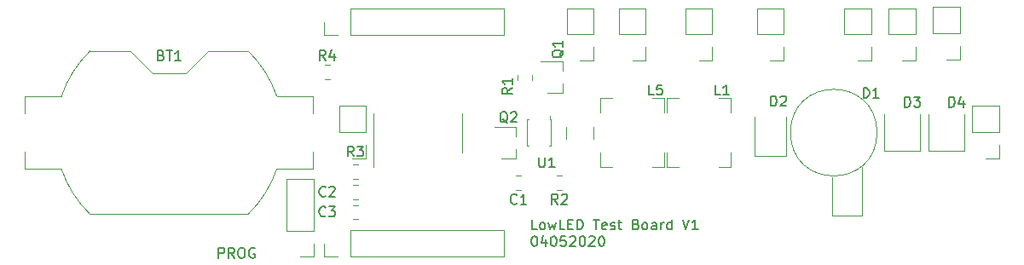
<source format=gbr>
G04 #@! TF.GenerationSoftware,KiCad,Pcbnew,(5.1.2)-2*
G04 #@! TF.CreationDate,2020-04-06T22:20:43-04:00*
G04 #@! TF.ProjectId,led_everled,6c65645f-6576-4657-926c-65642e6b6963,rev?*
G04 #@! TF.SameCoordinates,Original*
G04 #@! TF.FileFunction,Legend,Top*
G04 #@! TF.FilePolarity,Positive*
%FSLAX46Y46*%
G04 Gerber Fmt 4.6, Leading zero omitted, Abs format (unit mm)*
G04 Created by KiCad (PCBNEW (5.1.2)-2) date 2020-04-06 22:20:43*
%MOMM*%
%LPD*%
G04 APERTURE LIST*
%ADD10C,0.150000*%
%ADD11C,0.120000*%
G04 APERTURE END LIST*
D10*
X106811785Y-96627380D02*
X106335595Y-96627380D01*
X106335595Y-95627380D01*
X107287976Y-96627380D02*
X107192738Y-96579761D01*
X107145119Y-96532142D01*
X107097500Y-96436904D01*
X107097500Y-96151190D01*
X107145119Y-96055952D01*
X107192738Y-96008333D01*
X107287976Y-95960714D01*
X107430833Y-95960714D01*
X107526071Y-96008333D01*
X107573690Y-96055952D01*
X107621309Y-96151190D01*
X107621309Y-96436904D01*
X107573690Y-96532142D01*
X107526071Y-96579761D01*
X107430833Y-96627380D01*
X107287976Y-96627380D01*
X107954642Y-95960714D02*
X108145119Y-96627380D01*
X108335595Y-96151190D01*
X108526071Y-96627380D01*
X108716547Y-95960714D01*
X109573690Y-96627380D02*
X109097500Y-96627380D01*
X109097500Y-95627380D01*
X109907023Y-96103571D02*
X110240357Y-96103571D01*
X110383214Y-96627380D02*
X109907023Y-96627380D01*
X109907023Y-95627380D01*
X110383214Y-95627380D01*
X110811785Y-96627380D02*
X110811785Y-95627380D01*
X111049880Y-95627380D01*
X111192738Y-95675000D01*
X111287976Y-95770238D01*
X111335595Y-95865476D01*
X111383214Y-96055952D01*
X111383214Y-96198809D01*
X111335595Y-96389285D01*
X111287976Y-96484523D01*
X111192738Y-96579761D01*
X111049880Y-96627380D01*
X110811785Y-96627380D01*
X112430833Y-95627380D02*
X113002261Y-95627380D01*
X112716547Y-96627380D02*
X112716547Y-95627380D01*
X113716547Y-96579761D02*
X113621309Y-96627380D01*
X113430833Y-96627380D01*
X113335595Y-96579761D01*
X113287976Y-96484523D01*
X113287976Y-96103571D01*
X113335595Y-96008333D01*
X113430833Y-95960714D01*
X113621309Y-95960714D01*
X113716547Y-96008333D01*
X113764166Y-96103571D01*
X113764166Y-96198809D01*
X113287976Y-96294047D01*
X114145119Y-96579761D02*
X114240357Y-96627380D01*
X114430833Y-96627380D01*
X114526071Y-96579761D01*
X114573690Y-96484523D01*
X114573690Y-96436904D01*
X114526071Y-96341666D01*
X114430833Y-96294047D01*
X114287976Y-96294047D01*
X114192738Y-96246428D01*
X114145119Y-96151190D01*
X114145119Y-96103571D01*
X114192738Y-96008333D01*
X114287976Y-95960714D01*
X114430833Y-95960714D01*
X114526071Y-96008333D01*
X114859404Y-95960714D02*
X115240357Y-95960714D01*
X115002261Y-95627380D02*
X115002261Y-96484523D01*
X115049880Y-96579761D01*
X115145119Y-96627380D01*
X115240357Y-96627380D01*
X116668928Y-96103571D02*
X116811785Y-96151190D01*
X116859404Y-96198809D01*
X116907023Y-96294047D01*
X116907023Y-96436904D01*
X116859404Y-96532142D01*
X116811785Y-96579761D01*
X116716547Y-96627380D01*
X116335595Y-96627380D01*
X116335595Y-95627380D01*
X116668928Y-95627380D01*
X116764166Y-95675000D01*
X116811785Y-95722619D01*
X116859404Y-95817857D01*
X116859404Y-95913095D01*
X116811785Y-96008333D01*
X116764166Y-96055952D01*
X116668928Y-96103571D01*
X116335595Y-96103571D01*
X117478452Y-96627380D02*
X117383214Y-96579761D01*
X117335595Y-96532142D01*
X117287976Y-96436904D01*
X117287976Y-96151190D01*
X117335595Y-96055952D01*
X117383214Y-96008333D01*
X117478452Y-95960714D01*
X117621309Y-95960714D01*
X117716547Y-96008333D01*
X117764166Y-96055952D01*
X117811785Y-96151190D01*
X117811785Y-96436904D01*
X117764166Y-96532142D01*
X117716547Y-96579761D01*
X117621309Y-96627380D01*
X117478452Y-96627380D01*
X118668928Y-96627380D02*
X118668928Y-96103571D01*
X118621309Y-96008333D01*
X118526071Y-95960714D01*
X118335595Y-95960714D01*
X118240357Y-96008333D01*
X118668928Y-96579761D02*
X118573690Y-96627380D01*
X118335595Y-96627380D01*
X118240357Y-96579761D01*
X118192738Y-96484523D01*
X118192738Y-96389285D01*
X118240357Y-96294047D01*
X118335595Y-96246428D01*
X118573690Y-96246428D01*
X118668928Y-96198809D01*
X119145119Y-96627380D02*
X119145119Y-95960714D01*
X119145119Y-96151190D02*
X119192738Y-96055952D01*
X119240357Y-96008333D01*
X119335595Y-95960714D01*
X119430833Y-95960714D01*
X120192738Y-96627380D02*
X120192738Y-95627380D01*
X120192738Y-96579761D02*
X120097500Y-96627380D01*
X119907023Y-96627380D01*
X119811785Y-96579761D01*
X119764166Y-96532142D01*
X119716547Y-96436904D01*
X119716547Y-96151190D01*
X119764166Y-96055952D01*
X119811785Y-96008333D01*
X119907023Y-95960714D01*
X120097500Y-95960714D01*
X120192738Y-96008333D01*
X121287976Y-95627380D02*
X121621309Y-96627380D01*
X121954642Y-95627380D01*
X122811785Y-96627380D02*
X122240357Y-96627380D01*
X122526071Y-96627380D02*
X122526071Y-95627380D01*
X122430833Y-95770238D01*
X122335595Y-95865476D01*
X122240357Y-95913095D01*
X106526071Y-97277380D02*
X106621309Y-97277380D01*
X106716547Y-97325000D01*
X106764166Y-97372619D01*
X106811785Y-97467857D01*
X106859404Y-97658333D01*
X106859404Y-97896428D01*
X106811785Y-98086904D01*
X106764166Y-98182142D01*
X106716547Y-98229761D01*
X106621309Y-98277380D01*
X106526071Y-98277380D01*
X106430833Y-98229761D01*
X106383214Y-98182142D01*
X106335595Y-98086904D01*
X106287976Y-97896428D01*
X106287976Y-97658333D01*
X106335595Y-97467857D01*
X106383214Y-97372619D01*
X106430833Y-97325000D01*
X106526071Y-97277380D01*
X107716547Y-97610714D02*
X107716547Y-98277380D01*
X107478452Y-97229761D02*
X107240357Y-97944047D01*
X107859404Y-97944047D01*
X108430833Y-97277380D02*
X108526071Y-97277380D01*
X108621309Y-97325000D01*
X108668928Y-97372619D01*
X108716547Y-97467857D01*
X108764166Y-97658333D01*
X108764166Y-97896428D01*
X108716547Y-98086904D01*
X108668928Y-98182142D01*
X108621309Y-98229761D01*
X108526071Y-98277380D01*
X108430833Y-98277380D01*
X108335595Y-98229761D01*
X108287976Y-98182142D01*
X108240357Y-98086904D01*
X108192738Y-97896428D01*
X108192738Y-97658333D01*
X108240357Y-97467857D01*
X108287976Y-97372619D01*
X108335595Y-97325000D01*
X108430833Y-97277380D01*
X109668928Y-97277380D02*
X109192738Y-97277380D01*
X109145119Y-97753571D01*
X109192738Y-97705952D01*
X109287976Y-97658333D01*
X109526071Y-97658333D01*
X109621309Y-97705952D01*
X109668928Y-97753571D01*
X109716547Y-97848809D01*
X109716547Y-98086904D01*
X109668928Y-98182142D01*
X109621309Y-98229761D01*
X109526071Y-98277380D01*
X109287976Y-98277380D01*
X109192738Y-98229761D01*
X109145119Y-98182142D01*
X110097500Y-97372619D02*
X110145119Y-97325000D01*
X110240357Y-97277380D01*
X110478452Y-97277380D01*
X110573690Y-97325000D01*
X110621309Y-97372619D01*
X110668928Y-97467857D01*
X110668928Y-97563095D01*
X110621309Y-97705952D01*
X110049880Y-98277380D01*
X110668928Y-98277380D01*
X111287976Y-97277380D02*
X111383214Y-97277380D01*
X111478452Y-97325000D01*
X111526071Y-97372619D01*
X111573690Y-97467857D01*
X111621309Y-97658333D01*
X111621309Y-97896428D01*
X111573690Y-98086904D01*
X111526071Y-98182142D01*
X111478452Y-98229761D01*
X111383214Y-98277380D01*
X111287976Y-98277380D01*
X111192738Y-98229761D01*
X111145119Y-98182142D01*
X111097500Y-98086904D01*
X111049880Y-97896428D01*
X111049880Y-97658333D01*
X111097500Y-97467857D01*
X111145119Y-97372619D01*
X111192738Y-97325000D01*
X111287976Y-97277380D01*
X112002261Y-97372619D02*
X112049880Y-97325000D01*
X112145119Y-97277380D01*
X112383214Y-97277380D01*
X112478452Y-97325000D01*
X112526071Y-97372619D01*
X112573690Y-97467857D01*
X112573690Y-97563095D01*
X112526071Y-97705952D01*
X111954642Y-98277380D01*
X112573690Y-98277380D01*
X113192738Y-97277380D02*
X113287976Y-97277380D01*
X113383214Y-97325000D01*
X113430833Y-97372619D01*
X113478452Y-97467857D01*
X113526071Y-97658333D01*
X113526071Y-97896428D01*
X113478452Y-98086904D01*
X113430833Y-98182142D01*
X113383214Y-98229761D01*
X113287976Y-98277380D01*
X113192738Y-98277380D01*
X113097500Y-98229761D01*
X113049880Y-98182142D01*
X113002261Y-98086904D01*
X112954642Y-97896428D01*
X112954642Y-97658333D01*
X113002261Y-97467857D01*
X113049880Y-97372619D01*
X113097500Y-97325000D01*
X113192738Y-97277380D01*
D11*
X139094000Y-95255000D02*
X139094000Y-90429000D01*
X136173000Y-95255000D02*
X139094000Y-95255000D01*
X136173000Y-91445000D02*
X136173000Y-95255000D01*
X140600000Y-87000000D02*
G75*
G03X140600000Y-87000000I-4300000J0D01*
G01*
X128415000Y-85400000D02*
X128415000Y-89285000D01*
X128415000Y-89285000D02*
X131585000Y-89285000D01*
X131585000Y-89285000D02*
X131585000Y-85400000D01*
X141300000Y-88800000D02*
X141300000Y-85200000D01*
X144900000Y-85200000D02*
X144900000Y-88800000D01*
X144900000Y-88800000D02*
X141300000Y-88800000D01*
X149300000Y-88800000D02*
X145700000Y-88800000D01*
X149300000Y-85200000D02*
X149300000Y-88800000D01*
X145700000Y-88800000D02*
X145700000Y-85200000D01*
X140030000Y-79830000D02*
X138700000Y-79830000D01*
X140030000Y-78500000D02*
X140030000Y-79830000D01*
X140030000Y-77230000D02*
X137370000Y-77230000D01*
X137370000Y-77230000D02*
X137370000Y-74630000D01*
X140030000Y-77230000D02*
X140030000Y-74630000D01*
X140030000Y-74630000D02*
X137370000Y-74630000D01*
X131330000Y-79830000D02*
X130000000Y-79830000D01*
X131330000Y-78500000D02*
X131330000Y-79830000D01*
X131330000Y-77230000D02*
X128670000Y-77230000D01*
X128670000Y-77230000D02*
X128670000Y-74630000D01*
X131330000Y-77230000D02*
X131330000Y-74630000D01*
X131330000Y-74630000D02*
X128670000Y-74630000D01*
X144430000Y-74630000D02*
X141770000Y-74630000D01*
X144430000Y-77230000D02*
X144430000Y-74630000D01*
X141770000Y-77230000D02*
X141770000Y-74630000D01*
X144430000Y-77230000D02*
X141770000Y-77230000D01*
X144430000Y-78500000D02*
X144430000Y-79830000D01*
X144430000Y-79830000D02*
X143100000Y-79830000D01*
X148830000Y-74530000D02*
X146170000Y-74530000D01*
X148830000Y-77130000D02*
X148830000Y-74530000D01*
X146170000Y-77130000D02*
X146170000Y-74530000D01*
X148830000Y-77130000D02*
X146170000Y-77130000D01*
X148830000Y-78400000D02*
X148830000Y-79730000D01*
X148830000Y-79730000D02*
X147500000Y-79730000D01*
X112430000Y-74630000D02*
X109770000Y-74630000D01*
X112430000Y-77230000D02*
X112430000Y-74630000D01*
X109770000Y-77230000D02*
X109770000Y-74630000D01*
X112430000Y-77230000D02*
X109770000Y-77230000D01*
X112430000Y-78500000D02*
X112430000Y-79830000D01*
X112430000Y-79830000D02*
X111100000Y-79830000D01*
X117630000Y-79830000D02*
X116300000Y-79830000D01*
X117630000Y-78500000D02*
X117630000Y-79830000D01*
X117630000Y-77230000D02*
X114970000Y-77230000D01*
X114970000Y-77230000D02*
X114970000Y-74630000D01*
X117630000Y-77230000D02*
X117630000Y-74630000D01*
X117630000Y-74630000D02*
X114970000Y-74630000D01*
X124230000Y-74630000D02*
X121570000Y-74630000D01*
X124230000Y-77230000D02*
X124230000Y-74630000D01*
X121570000Y-77230000D02*
X121570000Y-74630000D01*
X124230000Y-77230000D02*
X121570000Y-77230000D01*
X124230000Y-78500000D02*
X124230000Y-79830000D01*
X124230000Y-79830000D02*
X122900000Y-79830000D01*
X119700000Y-90400000D02*
X120900000Y-90400000D01*
X119700000Y-90400000D02*
X119700000Y-89000000D01*
X119700000Y-83600000D02*
X119700000Y-85000000D01*
X119700000Y-83600000D02*
X120900000Y-83600000D01*
X126100000Y-83600000D02*
X124900000Y-83600000D01*
X126100000Y-90400000D02*
X124900000Y-90400000D01*
X126100000Y-83600000D02*
X126100000Y-85000000D01*
X126100000Y-90400000D02*
X126100000Y-89000000D01*
X109740000Y-87602064D02*
X109740000Y-86397936D01*
X112460000Y-87602064D02*
X112460000Y-86397936D01*
X119500000Y-90400000D02*
X119500000Y-89000000D01*
X119500000Y-83600000D02*
X119500000Y-85000000D01*
X119500000Y-90400000D02*
X118300000Y-90400000D01*
X119500000Y-83600000D02*
X118300000Y-83600000D01*
X113100000Y-83600000D02*
X114300000Y-83600000D01*
X113100000Y-83600000D02*
X113100000Y-85000000D01*
X113100000Y-90400000D02*
X113100000Y-89000000D01*
X113100000Y-90400000D02*
X114300000Y-90400000D01*
X109360000Y-83080000D02*
X109360000Y-82150000D01*
X109360000Y-79920000D02*
X109360000Y-80850000D01*
X109360000Y-79920000D02*
X107200000Y-79920000D01*
X109360000Y-83080000D02*
X107900000Y-83080000D01*
X106310000Y-81241422D02*
X106310000Y-81758578D01*
X104890000Y-81241422D02*
X104890000Y-81758578D01*
X78145370Y-78888211D02*
G75*
G02X80992000Y-83390000I-7845370J-8111789D01*
G01*
X62454630Y-95111789D02*
G75*
G02X59608000Y-90610000I7845370J8111789D01*
G01*
X62454630Y-78888211D02*
G75*
G03X59608000Y-83390000I7845370J-8111789D01*
G01*
X78145370Y-95111789D02*
G75*
G03X80992000Y-90610000I-7845370J8111789D01*
G01*
X84610000Y-85100000D02*
X84610000Y-83390000D01*
X80992000Y-83390000D02*
X84610000Y-83390000D01*
X74160000Y-78890000D02*
X78147300Y-78890000D01*
X71960000Y-81090000D02*
X74160000Y-78890000D01*
X68640000Y-81090000D02*
X71960000Y-81090000D01*
X68640000Y-81090000D02*
X66440000Y-78890000D01*
X62452700Y-78890000D02*
X66440000Y-78890000D01*
X55990000Y-85100000D02*
X55990000Y-83390000D01*
X55990000Y-83390000D02*
X59608000Y-83390000D01*
X59608000Y-90610000D02*
X55990000Y-90610000D01*
X55990000Y-88900000D02*
X55990000Y-90610000D01*
X78147300Y-95110000D02*
X62452700Y-95110000D01*
X84610000Y-88900000D02*
X84610000Y-90610000D01*
X84610000Y-90610000D02*
X80992000Y-90610000D01*
X105258578Y-92710000D02*
X104741422Y-92710000D01*
X105258578Y-91290000D02*
X104741422Y-91290000D01*
X85670000Y-99330000D02*
X85670000Y-98000000D01*
X87000000Y-99330000D02*
X85670000Y-99330000D01*
X88270000Y-99330000D02*
X88270000Y-96670000D01*
X88270000Y-96670000D02*
X103570000Y-96670000D01*
X88270000Y-99330000D02*
X103570000Y-99330000D01*
X103570000Y-99330000D02*
X103570000Y-96670000D01*
X103570000Y-77330000D02*
X103570000Y-74670000D01*
X88270000Y-77330000D02*
X103570000Y-77330000D01*
X88270000Y-74670000D02*
X103570000Y-74670000D01*
X88270000Y-77330000D02*
X88270000Y-74670000D01*
X87000000Y-77330000D02*
X85670000Y-77330000D01*
X85670000Y-77330000D02*
X85670000Y-76000000D01*
X89830000Y-84330000D02*
X87170000Y-84330000D01*
X89830000Y-86930000D02*
X89830000Y-84330000D01*
X87170000Y-86930000D02*
X87170000Y-84330000D01*
X89830000Y-86930000D02*
X87170000Y-86930000D01*
X89830000Y-88200000D02*
X89830000Y-89530000D01*
X89830000Y-89530000D02*
X88500000Y-89530000D01*
X104760000Y-89580000D02*
X104760000Y-88650000D01*
X104760000Y-86420000D02*
X104760000Y-87350000D01*
X104760000Y-86420000D02*
X102600000Y-86420000D01*
X104760000Y-89580000D02*
X103300000Y-89580000D01*
X109321078Y-91290000D02*
X108803922Y-91290000D01*
X109321078Y-92710000D02*
X108803922Y-92710000D01*
X89058578Y-91610000D02*
X88541422Y-91610000D01*
X89058578Y-90190000D02*
X88541422Y-90190000D01*
X105800000Y-85700000D02*
X106000000Y-85700000D01*
X108100000Y-85700000D02*
X108100000Y-85300000D01*
X108200000Y-85700000D02*
X108100000Y-85700000D01*
X108200000Y-88300000D02*
X108200000Y-85700000D01*
X108000000Y-88300000D02*
X108200000Y-88300000D01*
X105800000Y-88300000D02*
X106000000Y-88300000D01*
X105800000Y-85700000D02*
X105800000Y-88300000D01*
X99435000Y-87000000D02*
X99435000Y-85050000D01*
X99435000Y-87000000D02*
X99435000Y-88950000D01*
X90565000Y-87000000D02*
X90565000Y-85050000D01*
X90565000Y-87000000D02*
X90565000Y-90450000D01*
X89058578Y-93610000D02*
X88541422Y-93610000D01*
X89058578Y-92190000D02*
X88541422Y-92190000D01*
X89058578Y-94190000D02*
X88541422Y-94190000D01*
X89058578Y-95610000D02*
X88541422Y-95610000D01*
X152730000Y-84330000D02*
X150070000Y-84330000D01*
X152730000Y-86930000D02*
X152730000Y-84330000D01*
X150070000Y-86930000D02*
X150070000Y-84330000D01*
X152730000Y-86930000D02*
X150070000Y-86930000D01*
X152730000Y-88200000D02*
X152730000Y-89530000D01*
X152730000Y-89530000D02*
X151400000Y-89530000D01*
X84630000Y-91590000D02*
X81970000Y-91590000D01*
X84630000Y-96730000D02*
X84630000Y-91590000D01*
X81970000Y-96730000D02*
X81970000Y-91590000D01*
X84630000Y-96730000D02*
X81970000Y-96730000D01*
X84630000Y-98000000D02*
X84630000Y-99330000D01*
X84630000Y-99330000D02*
X83300000Y-99330000D01*
X85741422Y-80290000D02*
X86258578Y-80290000D01*
X85741422Y-81710000D02*
X86258578Y-81710000D01*
D10*
X139261904Y-83552380D02*
X139261904Y-82552380D01*
X139500000Y-82552380D01*
X139642857Y-82600000D01*
X139738095Y-82695238D01*
X139785714Y-82790476D01*
X139833333Y-82980952D01*
X139833333Y-83123809D01*
X139785714Y-83314285D01*
X139738095Y-83409523D01*
X139642857Y-83504761D01*
X139500000Y-83552380D01*
X139261904Y-83552380D01*
X140785714Y-83552380D02*
X140214285Y-83552380D01*
X140500000Y-83552380D02*
X140500000Y-82552380D01*
X140404761Y-82695238D01*
X140309523Y-82790476D01*
X140214285Y-82838095D01*
X130061904Y-84352380D02*
X130061904Y-83352380D01*
X130300000Y-83352380D01*
X130442857Y-83400000D01*
X130538095Y-83495238D01*
X130585714Y-83590476D01*
X130633333Y-83780952D01*
X130633333Y-83923809D01*
X130585714Y-84114285D01*
X130538095Y-84209523D01*
X130442857Y-84304761D01*
X130300000Y-84352380D01*
X130061904Y-84352380D01*
X131014285Y-83447619D02*
X131061904Y-83400000D01*
X131157142Y-83352380D01*
X131395238Y-83352380D01*
X131490476Y-83400000D01*
X131538095Y-83447619D01*
X131585714Y-83542857D01*
X131585714Y-83638095D01*
X131538095Y-83780952D01*
X130966666Y-84352380D01*
X131585714Y-84352380D01*
X143361904Y-84452380D02*
X143361904Y-83452380D01*
X143600000Y-83452380D01*
X143742857Y-83500000D01*
X143838095Y-83595238D01*
X143885714Y-83690476D01*
X143933333Y-83880952D01*
X143933333Y-84023809D01*
X143885714Y-84214285D01*
X143838095Y-84309523D01*
X143742857Y-84404761D01*
X143600000Y-84452380D01*
X143361904Y-84452380D01*
X144266666Y-83452380D02*
X144885714Y-83452380D01*
X144552380Y-83833333D01*
X144695238Y-83833333D01*
X144790476Y-83880952D01*
X144838095Y-83928571D01*
X144885714Y-84023809D01*
X144885714Y-84261904D01*
X144838095Y-84357142D01*
X144790476Y-84404761D01*
X144695238Y-84452380D01*
X144409523Y-84452380D01*
X144314285Y-84404761D01*
X144266666Y-84357142D01*
X147761904Y-84452380D02*
X147761904Y-83452380D01*
X148000000Y-83452380D01*
X148142857Y-83500000D01*
X148238095Y-83595238D01*
X148285714Y-83690476D01*
X148333333Y-83880952D01*
X148333333Y-84023809D01*
X148285714Y-84214285D01*
X148238095Y-84309523D01*
X148142857Y-84404761D01*
X148000000Y-84452380D01*
X147761904Y-84452380D01*
X149190476Y-83785714D02*
X149190476Y-84452380D01*
X148952380Y-83404761D02*
X148714285Y-84119047D01*
X149333333Y-84119047D01*
X125033333Y-83252380D02*
X124557142Y-83252380D01*
X124557142Y-82252380D01*
X125890476Y-83252380D02*
X125319047Y-83252380D01*
X125604761Y-83252380D02*
X125604761Y-82252380D01*
X125509523Y-82395238D01*
X125414285Y-82490476D01*
X125319047Y-82538095D01*
X118433333Y-83252380D02*
X117957142Y-83252380D01*
X117957142Y-82252380D01*
X119242857Y-82252380D02*
X118766666Y-82252380D01*
X118719047Y-82728571D01*
X118766666Y-82680952D01*
X118861904Y-82633333D01*
X119100000Y-82633333D01*
X119195238Y-82680952D01*
X119242857Y-82728571D01*
X119290476Y-82823809D01*
X119290476Y-83061904D01*
X119242857Y-83157142D01*
X119195238Y-83204761D01*
X119100000Y-83252380D01*
X118861904Y-83252380D01*
X118766666Y-83204761D01*
X118719047Y-83157142D01*
X109447619Y-78795238D02*
X109400000Y-78890476D01*
X109304761Y-78985714D01*
X109161904Y-79128571D01*
X109114285Y-79223809D01*
X109114285Y-79319047D01*
X109352380Y-79271428D02*
X109304761Y-79366666D01*
X109209523Y-79461904D01*
X109019047Y-79509523D01*
X108685714Y-79509523D01*
X108495238Y-79461904D01*
X108400000Y-79366666D01*
X108352380Y-79271428D01*
X108352380Y-79080952D01*
X108400000Y-78985714D01*
X108495238Y-78890476D01*
X108685714Y-78842857D01*
X109019047Y-78842857D01*
X109209523Y-78890476D01*
X109304761Y-78985714D01*
X109352380Y-79080952D01*
X109352380Y-79271428D01*
X109352380Y-77890476D02*
X109352380Y-78461904D01*
X109352380Y-78176190D02*
X108352380Y-78176190D01*
X108495238Y-78271428D01*
X108590476Y-78366666D01*
X108638095Y-78461904D01*
X104352380Y-82566666D02*
X103876190Y-82900000D01*
X104352380Y-83138095D02*
X103352380Y-83138095D01*
X103352380Y-82757142D01*
X103400000Y-82661904D01*
X103447619Y-82614285D01*
X103542857Y-82566666D01*
X103685714Y-82566666D01*
X103780952Y-82614285D01*
X103828571Y-82661904D01*
X103876190Y-82757142D01*
X103876190Y-83138095D01*
X104352380Y-81614285D02*
X104352380Y-82185714D01*
X104352380Y-81900000D02*
X103352380Y-81900000D01*
X103495238Y-81995238D01*
X103590476Y-82090476D01*
X103638095Y-82185714D01*
X69514285Y-79308571D02*
X69657142Y-79356190D01*
X69704761Y-79403809D01*
X69752380Y-79499047D01*
X69752380Y-79641904D01*
X69704761Y-79737142D01*
X69657142Y-79784761D01*
X69561904Y-79832380D01*
X69180952Y-79832380D01*
X69180952Y-78832380D01*
X69514285Y-78832380D01*
X69609523Y-78880000D01*
X69657142Y-78927619D01*
X69704761Y-79022857D01*
X69704761Y-79118095D01*
X69657142Y-79213333D01*
X69609523Y-79260952D01*
X69514285Y-79308571D01*
X69180952Y-79308571D01*
X70038095Y-78832380D02*
X70609523Y-78832380D01*
X70323809Y-79832380D02*
X70323809Y-78832380D01*
X71466666Y-79832380D02*
X70895238Y-79832380D01*
X71180952Y-79832380D02*
X71180952Y-78832380D01*
X71085714Y-78975238D01*
X70990476Y-79070476D01*
X70895238Y-79118095D01*
X104833333Y-94007142D02*
X104785714Y-94054761D01*
X104642857Y-94102380D01*
X104547619Y-94102380D01*
X104404761Y-94054761D01*
X104309523Y-93959523D01*
X104261904Y-93864285D01*
X104214285Y-93673809D01*
X104214285Y-93530952D01*
X104261904Y-93340476D01*
X104309523Y-93245238D01*
X104404761Y-93150000D01*
X104547619Y-93102380D01*
X104642857Y-93102380D01*
X104785714Y-93150000D01*
X104833333Y-93197619D01*
X105785714Y-94102380D02*
X105214285Y-94102380D01*
X105500000Y-94102380D02*
X105500000Y-93102380D01*
X105404761Y-93245238D01*
X105309523Y-93340476D01*
X105214285Y-93388095D01*
X103904761Y-86047619D02*
X103809523Y-86000000D01*
X103714285Y-85904761D01*
X103571428Y-85761904D01*
X103476190Y-85714285D01*
X103380952Y-85714285D01*
X103428571Y-85952380D02*
X103333333Y-85904761D01*
X103238095Y-85809523D01*
X103190476Y-85619047D01*
X103190476Y-85285714D01*
X103238095Y-85095238D01*
X103333333Y-85000000D01*
X103428571Y-84952380D01*
X103619047Y-84952380D01*
X103714285Y-85000000D01*
X103809523Y-85095238D01*
X103857142Y-85285714D01*
X103857142Y-85619047D01*
X103809523Y-85809523D01*
X103714285Y-85904761D01*
X103619047Y-85952380D01*
X103428571Y-85952380D01*
X104238095Y-85047619D02*
X104285714Y-85000000D01*
X104380952Y-84952380D01*
X104619047Y-84952380D01*
X104714285Y-85000000D01*
X104761904Y-85047619D01*
X104809523Y-85142857D01*
X104809523Y-85238095D01*
X104761904Y-85380952D01*
X104190476Y-85952380D01*
X104809523Y-85952380D01*
X108895833Y-94102380D02*
X108562500Y-93626190D01*
X108324404Y-94102380D02*
X108324404Y-93102380D01*
X108705357Y-93102380D01*
X108800595Y-93150000D01*
X108848214Y-93197619D01*
X108895833Y-93292857D01*
X108895833Y-93435714D01*
X108848214Y-93530952D01*
X108800595Y-93578571D01*
X108705357Y-93626190D01*
X108324404Y-93626190D01*
X109276785Y-93197619D02*
X109324404Y-93150000D01*
X109419642Y-93102380D01*
X109657738Y-93102380D01*
X109752976Y-93150000D01*
X109800595Y-93197619D01*
X109848214Y-93292857D01*
X109848214Y-93388095D01*
X109800595Y-93530952D01*
X109229166Y-94102380D01*
X109848214Y-94102380D01*
X88633333Y-89352380D02*
X88300000Y-88876190D01*
X88061904Y-89352380D02*
X88061904Y-88352380D01*
X88442857Y-88352380D01*
X88538095Y-88400000D01*
X88585714Y-88447619D01*
X88633333Y-88542857D01*
X88633333Y-88685714D01*
X88585714Y-88780952D01*
X88538095Y-88828571D01*
X88442857Y-88876190D01*
X88061904Y-88876190D01*
X88966666Y-88352380D02*
X89585714Y-88352380D01*
X89252380Y-88733333D01*
X89395238Y-88733333D01*
X89490476Y-88780952D01*
X89538095Y-88828571D01*
X89585714Y-88923809D01*
X89585714Y-89161904D01*
X89538095Y-89257142D01*
X89490476Y-89304761D01*
X89395238Y-89352380D01*
X89109523Y-89352380D01*
X89014285Y-89304761D01*
X88966666Y-89257142D01*
X107038095Y-89452380D02*
X107038095Y-90261904D01*
X107085714Y-90357142D01*
X107133333Y-90404761D01*
X107228571Y-90452380D01*
X107419047Y-90452380D01*
X107514285Y-90404761D01*
X107561904Y-90357142D01*
X107609523Y-90261904D01*
X107609523Y-89452380D01*
X108609523Y-90452380D02*
X108038095Y-90452380D01*
X108323809Y-90452380D02*
X108323809Y-89452380D01*
X108228571Y-89595238D01*
X108133333Y-89690476D01*
X108038095Y-89738095D01*
X85833333Y-93257142D02*
X85785714Y-93304761D01*
X85642857Y-93352380D01*
X85547619Y-93352380D01*
X85404761Y-93304761D01*
X85309523Y-93209523D01*
X85261904Y-93114285D01*
X85214285Y-92923809D01*
X85214285Y-92780952D01*
X85261904Y-92590476D01*
X85309523Y-92495238D01*
X85404761Y-92400000D01*
X85547619Y-92352380D01*
X85642857Y-92352380D01*
X85785714Y-92400000D01*
X85833333Y-92447619D01*
X86214285Y-92447619D02*
X86261904Y-92400000D01*
X86357142Y-92352380D01*
X86595238Y-92352380D01*
X86690476Y-92400000D01*
X86738095Y-92447619D01*
X86785714Y-92542857D01*
X86785714Y-92638095D01*
X86738095Y-92780952D01*
X86166666Y-93352380D01*
X86785714Y-93352380D01*
X85833333Y-95257142D02*
X85785714Y-95304761D01*
X85642857Y-95352380D01*
X85547619Y-95352380D01*
X85404761Y-95304761D01*
X85309523Y-95209523D01*
X85261904Y-95114285D01*
X85214285Y-94923809D01*
X85214285Y-94780952D01*
X85261904Y-94590476D01*
X85309523Y-94495238D01*
X85404761Y-94400000D01*
X85547619Y-94352380D01*
X85642857Y-94352380D01*
X85785714Y-94400000D01*
X85833333Y-94447619D01*
X86166666Y-94352380D02*
X86785714Y-94352380D01*
X86452380Y-94733333D01*
X86595238Y-94733333D01*
X86690476Y-94780952D01*
X86738095Y-94828571D01*
X86785714Y-94923809D01*
X86785714Y-95161904D01*
X86738095Y-95257142D01*
X86690476Y-95304761D01*
X86595238Y-95352380D01*
X86309523Y-95352380D01*
X86214285Y-95304761D01*
X86166666Y-95257142D01*
X75214285Y-99452380D02*
X75214285Y-98452380D01*
X75595238Y-98452380D01*
X75690476Y-98500000D01*
X75738095Y-98547619D01*
X75785714Y-98642857D01*
X75785714Y-98785714D01*
X75738095Y-98880952D01*
X75690476Y-98928571D01*
X75595238Y-98976190D01*
X75214285Y-98976190D01*
X76785714Y-99452380D02*
X76452380Y-98976190D01*
X76214285Y-99452380D02*
X76214285Y-98452380D01*
X76595238Y-98452380D01*
X76690476Y-98500000D01*
X76738095Y-98547619D01*
X76785714Y-98642857D01*
X76785714Y-98785714D01*
X76738095Y-98880952D01*
X76690476Y-98928571D01*
X76595238Y-98976190D01*
X76214285Y-98976190D01*
X77404761Y-98452380D02*
X77595238Y-98452380D01*
X77690476Y-98500000D01*
X77785714Y-98595238D01*
X77833333Y-98785714D01*
X77833333Y-99119047D01*
X77785714Y-99309523D01*
X77690476Y-99404761D01*
X77595238Y-99452380D01*
X77404761Y-99452380D01*
X77309523Y-99404761D01*
X77214285Y-99309523D01*
X77166666Y-99119047D01*
X77166666Y-98785714D01*
X77214285Y-98595238D01*
X77309523Y-98500000D01*
X77404761Y-98452380D01*
X78785714Y-98500000D02*
X78690476Y-98452380D01*
X78547619Y-98452380D01*
X78404761Y-98500000D01*
X78309523Y-98595238D01*
X78261904Y-98690476D01*
X78214285Y-98880952D01*
X78214285Y-99023809D01*
X78261904Y-99214285D01*
X78309523Y-99309523D01*
X78404761Y-99404761D01*
X78547619Y-99452380D01*
X78642857Y-99452380D01*
X78785714Y-99404761D01*
X78833333Y-99357142D01*
X78833333Y-99023809D01*
X78642857Y-99023809D01*
X85833333Y-79802380D02*
X85500000Y-79326190D01*
X85261904Y-79802380D02*
X85261904Y-78802380D01*
X85642857Y-78802380D01*
X85738095Y-78850000D01*
X85785714Y-78897619D01*
X85833333Y-78992857D01*
X85833333Y-79135714D01*
X85785714Y-79230952D01*
X85738095Y-79278571D01*
X85642857Y-79326190D01*
X85261904Y-79326190D01*
X86690476Y-79135714D02*
X86690476Y-79802380D01*
X86452380Y-78754761D02*
X86214285Y-79469047D01*
X86833333Y-79469047D01*
M02*

</source>
